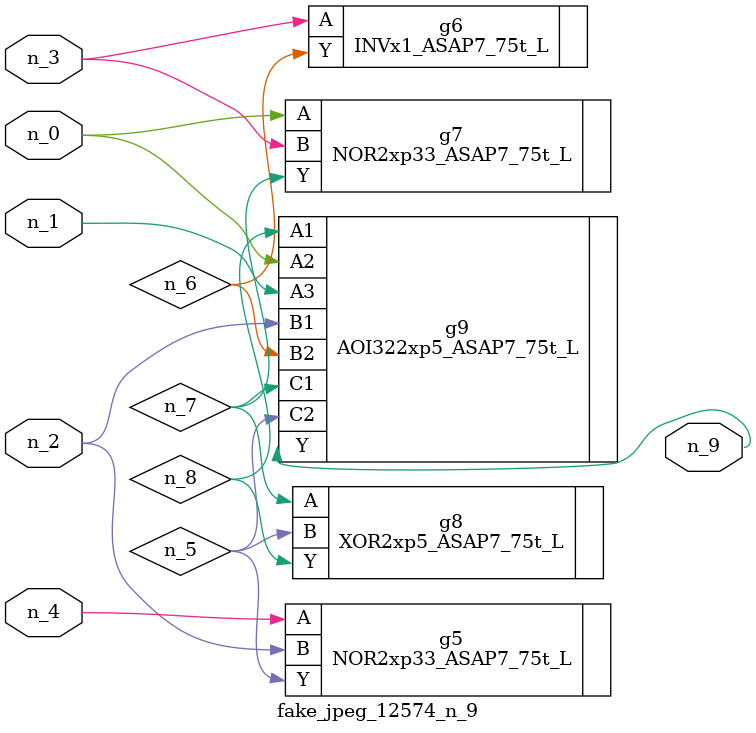
<source format=v>
module fake_jpeg_12574_n_9 (n_3, n_2, n_1, n_0, n_4, n_9);

input n_3;
input n_2;
input n_1;
input n_0;
input n_4;

output n_9;

wire n_8;
wire n_6;
wire n_5;
wire n_7;

NOR2xp33_ASAP7_75t_L g5 ( 
.A(n_4),
.B(n_2),
.Y(n_5)
);

INVx1_ASAP7_75t_L g6 ( 
.A(n_3),
.Y(n_6)
);

NOR2xp33_ASAP7_75t_L g7 ( 
.A(n_0),
.B(n_3),
.Y(n_7)
);

XOR2xp5_ASAP7_75t_L g8 ( 
.A(n_7),
.B(n_5),
.Y(n_8)
);

AOI322xp5_ASAP7_75t_L g9 ( 
.A1(n_8),
.A2(n_0),
.A3(n_1),
.B1(n_2),
.B2(n_6),
.C1(n_7),
.C2(n_5),
.Y(n_9)
);


endmodule
</source>
